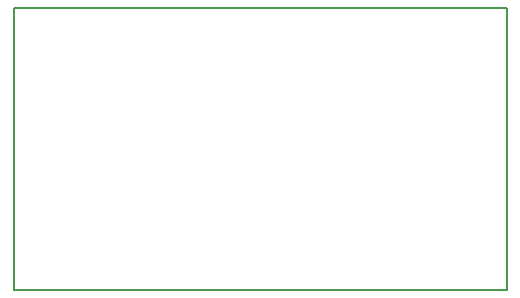
<source format=gbo>
G04 MADE WITH FRITZING*
G04 WWW.FRITZING.ORG*
G04 DOUBLE SIDED*
G04 HOLES PLATED*
G04 CONTOUR ON CENTER OF CONTOUR VECTOR*
%ASAXBY*%
%FSLAX23Y23*%
%MOIN*%
%OFA0B0*%
%SFA1.0B1.0*%
%ADD10R,1.651910X0.946547X1.635910X0.930547*%
%ADD11C,0.008000*%
%LNSILK0*%
G90*
G70*
G54D11*
X4Y943D02*
X1648Y943D01*
X1648Y4D01*
X4Y4D01*
X4Y943D01*
D02*
G04 End of Silk0*
M02*
</source>
